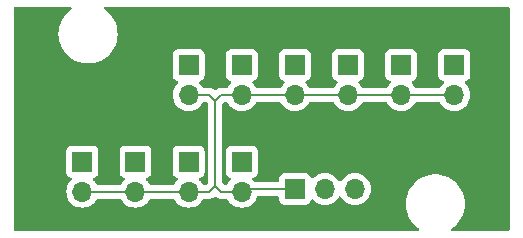
<source format=gbr>
%TF.GenerationSoftware,KiCad,Pcbnew,8.0.5*%
%TF.CreationDate,2024-12-11T18:44:50+10:00*%
%TF.ProjectId,powerSystem,706f7765-7253-4797-9374-656d2e6b6963,rev?*%
%TF.SameCoordinates,Original*%
%TF.FileFunction,Copper,L2,Bot*%
%TF.FilePolarity,Positive*%
%FSLAX46Y46*%
G04 Gerber Fmt 4.6, Leading zero omitted, Abs format (unit mm)*
G04 Created by KiCad (PCBNEW 8.0.5) date 2024-12-11 18:44:50*
%MOMM*%
%LPD*%
G01*
G04 APERTURE LIST*
%TA.AperFunction,ComponentPad*%
%ADD10O,1.700000X1.700000*%
%TD*%
%TA.AperFunction,ComponentPad*%
%ADD11R,1.700000X1.700000*%
%TD*%
%TA.AperFunction,Conductor*%
%ADD12C,0.200000*%
%TD*%
%ADD13C,0.350000*%
G04 APERTURE END LIST*
D10*
%TO.P,P3,2,Pin_2*%
%TO.N,/GND*%
X155700000Y-99361000D03*
D11*
%TO.P,P3,1,Pin_1*%
%TO.N,/0~10V*%
X155700000Y-96821000D03*
%TD*%
D10*
%TO.P,P2,2,Pin_2*%
%TO.N,/GND*%
X151200000Y-99361000D03*
D11*
%TO.P,P2,1,Pin_1*%
%TO.N,/0~10V*%
X151200000Y-96821000D03*
%TD*%
D10*
%TO.P,SIGOUT1,3,Pin_3*%
%TO.N,/+3_3V*%
X169780000Y-99121000D03*
%TO.P,SIGOUT1,2,Pin_2*%
%TO.N,/+5V*%
X167240000Y-99121000D03*
D11*
%TO.P,SIGOUT1,1,Pin_1*%
%TO.N,/GND*%
X164700000Y-99121000D03*
%TD*%
D10*
%TO.P,P4,2,Pin_2*%
%TO.N,/GND*%
X160200000Y-99361000D03*
D11*
%TO.P,P4,1,Pin_1*%
%TO.N,/0~10V*%
X160200000Y-96821000D03*
%TD*%
D10*
%TO.P,SDI1,2,Pin_2*%
%TO.N,/GND*%
X155700000Y-91161000D03*
D11*
%TO.P,SDI1,1,Pin_1*%
%TO.N,/0~10V*%
X155700000Y-88621000D03*
%TD*%
D10*
%TO.P,SDO2,2,Pin_2*%
%TO.N,/GND*%
X178200000Y-91161000D03*
D11*
%TO.P,SDO2,1,Pin_1*%
%TO.N,/+3_3V*%
X178200000Y-88621000D03*
%TD*%
D10*
%TO.P,PMI1,2,Pin_2*%
%TO.N,/GND*%
X164700000Y-91161000D03*
D11*
%TO.P,PMI1,1,Pin_1*%
%TO.N,/+5.5V*%
X164700000Y-88621000D03*
%TD*%
D10*
%TO.P,P1,2,Pin_2*%
%TO.N,/GND*%
X146700000Y-99361000D03*
D11*
%TO.P,P1,1,Pin_1*%
%TO.N,/0~10V*%
X146700000Y-96821000D03*
%TD*%
D10*
%TO.P,SDI2,2,Pin_2*%
%TO.N,/GND*%
X173700000Y-91161000D03*
D11*
%TO.P,SDI2,1,Pin_1*%
%TO.N,/+5V*%
X173700000Y-88621000D03*
%TD*%
D10*
%TO.P,PMO1,2,Pin_2*%
%TO.N,/GND*%
X169200000Y-91161000D03*
D11*
%TO.P,PMO1,1,Pin_1*%
%TO.N,/+5V*%
X169200000Y-88621000D03*
%TD*%
D10*
%TO.P,SDO1,2,Pin_2*%
%TO.N,/GND*%
X160200000Y-91161000D03*
D11*
%TO.P,SDO1,1,Pin_1*%
%TO.N,/+5.5V*%
X160200000Y-88621000D03*
%TD*%
D12*
%TO.N,/GND*%
X157950000Y-91661000D02*
X157450000Y-91161000D01*
X158450000Y-91161000D02*
X178200000Y-91161000D01*
X157950000Y-98861000D02*
X157450000Y-99361000D01*
X160440000Y-99121000D02*
X160200000Y-99361000D01*
X164700000Y-99121000D02*
X160440000Y-99121000D01*
X155700000Y-91161000D02*
X157450000Y-91161000D01*
X146700000Y-99361000D02*
X157450000Y-99361000D01*
X157950000Y-91821000D02*
X157950000Y-91661000D01*
X157950000Y-91661000D02*
X158450000Y-91161000D01*
X158450000Y-99361000D02*
X160200000Y-99361000D01*
X157950000Y-98861000D02*
X158450000Y-99361000D01*
X157950000Y-91821000D02*
X157950000Y-98861000D01*
%TD*%
%TA.AperFunction,NonConductor*%
G36*
X145782005Y-83720185D02*
G01*
X145827760Y-83772989D01*
X145837704Y-83842147D01*
X145808679Y-83905703D01*
X145787851Y-83924818D01*
X145588692Y-84069515D01*
X145588682Y-84069523D01*
X145359322Y-84284907D01*
X145359320Y-84284909D01*
X145158768Y-84527334D01*
X145158765Y-84527338D01*
X144990178Y-84792990D01*
X144990175Y-84792996D01*
X144856213Y-85077678D01*
X144856211Y-85077683D01*
X144758984Y-85376916D01*
X144700025Y-85685988D01*
X144700024Y-85685995D01*
X144680270Y-85999994D01*
X144680270Y-86000005D01*
X144700024Y-86314004D01*
X144700025Y-86314011D01*
X144758984Y-86623083D01*
X144856211Y-86922316D01*
X144856213Y-86922321D01*
X144990175Y-87207003D01*
X144990178Y-87207009D01*
X145158765Y-87472661D01*
X145158768Y-87472665D01*
X145359320Y-87715090D01*
X145359322Y-87715092D01*
X145359324Y-87715094D01*
X145367881Y-87723129D01*
X145588682Y-87930476D01*
X145588692Y-87930484D01*
X145843218Y-88115408D01*
X145843223Y-88115410D01*
X145843230Y-88115416D01*
X146118948Y-88266994D01*
X146118953Y-88266996D01*
X146118955Y-88266997D01*
X146118956Y-88266998D01*
X146411485Y-88382818D01*
X146411488Y-88382819D01*
X146716237Y-88461065D01*
X146716241Y-88461066D01*
X146781724Y-88469338D01*
X147028384Y-88500499D01*
X147028393Y-88500499D01*
X147028396Y-88500500D01*
X147028398Y-88500500D01*
X147343030Y-88500500D01*
X147343032Y-88500500D01*
X147343035Y-88500499D01*
X147343043Y-88500499D01*
X147529307Y-88476968D01*
X147655187Y-88461066D01*
X147959939Y-88382819D01*
X147959942Y-88382818D01*
X148252471Y-88266998D01*
X148252472Y-88266997D01*
X148252470Y-88266997D01*
X148252480Y-88266994D01*
X148528198Y-88115416D01*
X148782744Y-87930478D01*
X149012104Y-87715094D01*
X149212661Y-87472663D01*
X149381251Y-87207007D01*
X149515217Y-86922315D01*
X149612445Y-86623079D01*
X149671402Y-86314015D01*
X149691158Y-86000000D01*
X149675630Y-85753190D01*
X149671403Y-85685995D01*
X149671402Y-85685988D01*
X149671402Y-85685985D01*
X149612445Y-85376921D01*
X149515217Y-85077685D01*
X149381251Y-84792993D01*
X149212661Y-84527337D01*
X149194697Y-84505622D01*
X149012107Y-84284909D01*
X149012105Y-84284907D01*
X148782745Y-84069523D01*
X148782735Y-84069515D01*
X148583577Y-83924818D01*
X148540911Y-83869488D01*
X148534932Y-83799875D01*
X148567538Y-83738080D01*
X148628376Y-83703723D01*
X148656462Y-83700500D01*
X182761214Y-83700500D01*
X182828253Y-83720185D01*
X182874008Y-83772989D01*
X182885214Y-83824500D01*
X182885214Y-102575500D01*
X182865529Y-102642539D01*
X182812725Y-102688294D01*
X182761214Y-102699500D01*
X178056462Y-102699500D01*
X177989423Y-102679815D01*
X177943668Y-102627011D01*
X177933724Y-102557853D01*
X177962749Y-102494297D01*
X177983577Y-102475182D01*
X178116893Y-102378320D01*
X178182744Y-102330478D01*
X178412104Y-102115094D01*
X178612661Y-101872663D01*
X178781251Y-101607007D01*
X178915217Y-101322315D01*
X179012445Y-101023079D01*
X179071402Y-100714015D01*
X179071403Y-100714004D01*
X179091158Y-100400005D01*
X179091158Y-100399994D01*
X179071403Y-100085995D01*
X179071402Y-100085988D01*
X179071402Y-100085985D01*
X179012445Y-99776921D01*
X178915217Y-99477685D01*
X178781251Y-99192993D01*
X178612661Y-98927337D01*
X178587843Y-98897337D01*
X178412107Y-98684909D01*
X178412105Y-98684907D01*
X178382754Y-98657344D01*
X178182744Y-98469522D01*
X178182741Y-98469520D01*
X178182735Y-98469515D01*
X177928209Y-98284591D01*
X177928202Y-98284586D01*
X177928198Y-98284584D01*
X177652480Y-98133006D01*
X177652477Y-98133004D01*
X177652472Y-98133002D01*
X177652471Y-98133001D01*
X177359942Y-98017181D01*
X177359939Y-98017180D01*
X177055190Y-97938934D01*
X177055177Y-97938932D01*
X176743043Y-97899500D01*
X176743032Y-97899500D01*
X176428396Y-97899500D01*
X176428384Y-97899500D01*
X176116250Y-97938932D01*
X176116237Y-97938934D01*
X175811488Y-98017180D01*
X175811485Y-98017181D01*
X175518956Y-98133001D01*
X175518955Y-98133002D01*
X175243230Y-98284584D01*
X175243218Y-98284591D01*
X174988692Y-98469515D01*
X174988682Y-98469523D01*
X174759322Y-98684907D01*
X174759320Y-98684909D01*
X174558768Y-98927334D01*
X174558765Y-98927338D01*
X174390178Y-99192990D01*
X174390175Y-99192996D01*
X174256213Y-99477678D01*
X174256211Y-99477683D01*
X174158984Y-99776916D01*
X174100025Y-100085988D01*
X174100024Y-100085995D01*
X174080270Y-100399994D01*
X174080270Y-100400005D01*
X174100024Y-100714004D01*
X174100025Y-100714011D01*
X174158984Y-101023083D01*
X174256211Y-101322316D01*
X174256213Y-101322321D01*
X174390175Y-101607003D01*
X174390178Y-101607009D01*
X174558765Y-101872661D01*
X174558768Y-101872665D01*
X174759320Y-102115090D01*
X174759322Y-102115092D01*
X174988682Y-102330476D01*
X174988692Y-102330484D01*
X175187851Y-102475182D01*
X175230517Y-102530512D01*
X175236496Y-102600125D01*
X175203890Y-102661920D01*
X175143052Y-102696277D01*
X175114966Y-102699500D01*
X141010214Y-102699500D01*
X140943175Y-102679815D01*
X140897420Y-102627011D01*
X140886214Y-102575500D01*
X140886214Y-99360999D01*
X145344341Y-99360999D01*
X145344341Y-99361000D01*
X145364936Y-99596403D01*
X145364938Y-99596413D01*
X145426094Y-99824655D01*
X145426096Y-99824659D01*
X145426097Y-99824663D01*
X145515514Y-100016417D01*
X145525965Y-100038830D01*
X145525967Y-100038834D01*
X145610458Y-100159498D01*
X145661505Y-100232401D01*
X145828599Y-100399495D01*
X145922280Y-100465091D01*
X146022165Y-100535032D01*
X146022167Y-100535033D01*
X146022170Y-100535035D01*
X146236337Y-100634903D01*
X146464592Y-100696063D01*
X146652918Y-100712539D01*
X146699999Y-100716659D01*
X146700000Y-100716659D01*
X146700001Y-100716659D01*
X146739234Y-100713226D01*
X146935408Y-100696063D01*
X147163663Y-100634903D01*
X147377830Y-100535035D01*
X147571401Y-100399495D01*
X147738495Y-100232401D01*
X147874035Y-100038830D01*
X147876707Y-100033097D01*
X147922878Y-99980658D01*
X147989091Y-99961500D01*
X149910909Y-99961500D01*
X149977948Y-99981185D01*
X150023292Y-100033097D01*
X150025965Y-100038830D01*
X150161505Y-100232401D01*
X150328599Y-100399495D01*
X150422280Y-100465091D01*
X150522165Y-100535032D01*
X150522167Y-100535033D01*
X150522170Y-100535035D01*
X150736337Y-100634903D01*
X150964592Y-100696063D01*
X151152918Y-100712539D01*
X151199999Y-100716659D01*
X151200000Y-100716659D01*
X151200001Y-100716659D01*
X151239234Y-100713226D01*
X151435408Y-100696063D01*
X151663663Y-100634903D01*
X151877830Y-100535035D01*
X152071401Y-100399495D01*
X152238495Y-100232401D01*
X152374035Y-100038830D01*
X152376707Y-100033097D01*
X152422878Y-99980658D01*
X152489091Y-99961500D01*
X154410909Y-99961500D01*
X154477948Y-99981185D01*
X154523292Y-100033097D01*
X154525965Y-100038830D01*
X154661505Y-100232401D01*
X154828599Y-100399495D01*
X154922280Y-100465091D01*
X155022165Y-100535032D01*
X155022167Y-100535033D01*
X155022170Y-100535035D01*
X155236337Y-100634903D01*
X155464592Y-100696063D01*
X155652918Y-100712539D01*
X155699999Y-100716659D01*
X155700000Y-100716659D01*
X155700001Y-100716659D01*
X155739234Y-100713226D01*
X155935408Y-100696063D01*
X156163663Y-100634903D01*
X156377830Y-100535035D01*
X156571401Y-100399495D01*
X156738495Y-100232401D01*
X156874035Y-100038830D01*
X156876707Y-100033097D01*
X156922878Y-99980658D01*
X156989091Y-99961500D01*
X157363331Y-99961500D01*
X157363347Y-99961501D01*
X157370943Y-99961501D01*
X157529054Y-99961501D01*
X157529057Y-99961501D01*
X157681785Y-99920577D01*
X157731904Y-99891639D01*
X157818716Y-99841520D01*
X157862318Y-99797918D01*
X157923641Y-99764432D01*
X157993332Y-99769416D01*
X158037681Y-99797917D01*
X158081284Y-99841520D01*
X158081286Y-99841521D01*
X158081290Y-99841524D01*
X158205288Y-99913113D01*
X158218216Y-99920577D01*
X158370943Y-99961501D01*
X158370945Y-99961501D01*
X158536654Y-99961501D01*
X158536670Y-99961500D01*
X158910909Y-99961500D01*
X158977948Y-99981185D01*
X159023292Y-100033097D01*
X159025965Y-100038830D01*
X159161505Y-100232401D01*
X159328599Y-100399495D01*
X159422280Y-100465091D01*
X159522165Y-100535032D01*
X159522167Y-100535033D01*
X159522170Y-100535035D01*
X159736337Y-100634903D01*
X159964592Y-100696063D01*
X160152918Y-100712539D01*
X160199999Y-100716659D01*
X160200000Y-100716659D01*
X160200001Y-100716659D01*
X160239234Y-100713226D01*
X160435408Y-100696063D01*
X160663663Y-100634903D01*
X160877830Y-100535035D01*
X161071401Y-100399495D01*
X161238495Y-100232401D01*
X161374035Y-100038830D01*
X161473903Y-99824663D01*
X161476918Y-99813407D01*
X161513282Y-99753748D01*
X161576128Y-99723217D01*
X161596694Y-99721500D01*
X163225501Y-99721500D01*
X163292540Y-99741185D01*
X163338295Y-99793989D01*
X163349501Y-99845500D01*
X163349501Y-100018876D01*
X163355908Y-100078483D01*
X163406202Y-100213328D01*
X163406206Y-100213335D01*
X163492452Y-100328544D01*
X163492455Y-100328547D01*
X163607664Y-100414793D01*
X163607671Y-100414797D01*
X163742517Y-100465091D01*
X163742516Y-100465091D01*
X163749444Y-100465835D01*
X163802127Y-100471500D01*
X165597872Y-100471499D01*
X165657483Y-100465091D01*
X165792331Y-100414796D01*
X165907546Y-100328546D01*
X165993796Y-100213331D01*
X166042810Y-100081916D01*
X166084681Y-100025984D01*
X166150145Y-100001566D01*
X166218418Y-100016417D01*
X166246673Y-100037569D01*
X166368599Y-100159495D01*
X166465384Y-100227265D01*
X166562165Y-100295032D01*
X166562167Y-100295033D01*
X166562170Y-100295035D01*
X166776337Y-100394903D01*
X166776343Y-100394904D01*
X166776344Y-100394905D01*
X166793486Y-100399498D01*
X167004592Y-100456063D01*
X167181034Y-100471500D01*
X167239999Y-100476659D01*
X167240000Y-100476659D01*
X167240001Y-100476659D01*
X167298966Y-100471500D01*
X167475408Y-100456063D01*
X167703663Y-100394903D01*
X167917830Y-100295035D01*
X168111401Y-100159495D01*
X168278495Y-99992401D01*
X168408425Y-99806842D01*
X168463002Y-99763217D01*
X168532500Y-99756023D01*
X168594855Y-99787546D01*
X168611575Y-99806842D01*
X168741500Y-99992395D01*
X168741505Y-99992401D01*
X168908599Y-100159495D01*
X169005384Y-100227265D01*
X169102165Y-100295032D01*
X169102167Y-100295033D01*
X169102170Y-100295035D01*
X169316337Y-100394903D01*
X169316343Y-100394904D01*
X169316344Y-100394905D01*
X169333486Y-100399498D01*
X169544592Y-100456063D01*
X169721034Y-100471500D01*
X169779999Y-100476659D01*
X169780000Y-100476659D01*
X169780001Y-100476659D01*
X169838966Y-100471500D01*
X170015408Y-100456063D01*
X170243663Y-100394903D01*
X170457830Y-100295035D01*
X170651401Y-100159495D01*
X170818495Y-99992401D01*
X170954035Y-99798830D01*
X171053903Y-99584663D01*
X171115063Y-99356408D01*
X171135659Y-99121000D01*
X171115063Y-98885592D01*
X171053903Y-98657337D01*
X170954035Y-98443171D01*
X170948425Y-98435158D01*
X170818494Y-98249597D01*
X170651402Y-98082506D01*
X170651395Y-98082501D01*
X170457834Y-97946967D01*
X170457830Y-97946965D01*
X170457828Y-97946964D01*
X170243663Y-97847097D01*
X170243659Y-97847096D01*
X170243655Y-97847094D01*
X170015413Y-97785938D01*
X170015403Y-97785936D01*
X169780001Y-97765341D01*
X169779999Y-97765341D01*
X169544596Y-97785936D01*
X169544586Y-97785938D01*
X169316344Y-97847094D01*
X169316335Y-97847098D01*
X169102171Y-97946964D01*
X169102169Y-97946965D01*
X168908597Y-98082505D01*
X168741505Y-98249597D01*
X168611575Y-98435158D01*
X168556998Y-98478783D01*
X168487500Y-98485977D01*
X168425145Y-98454454D01*
X168408425Y-98435158D01*
X168278494Y-98249597D01*
X168111402Y-98082506D01*
X168111395Y-98082501D01*
X167917834Y-97946967D01*
X167917830Y-97946965D01*
X167917828Y-97946964D01*
X167703663Y-97847097D01*
X167703659Y-97847096D01*
X167703655Y-97847094D01*
X167475413Y-97785938D01*
X167475403Y-97785936D01*
X167240001Y-97765341D01*
X167239999Y-97765341D01*
X167004596Y-97785936D01*
X167004586Y-97785938D01*
X166776344Y-97847094D01*
X166776335Y-97847098D01*
X166562171Y-97946964D01*
X166562169Y-97946965D01*
X166368600Y-98082503D01*
X166246673Y-98204430D01*
X166185350Y-98237914D01*
X166115658Y-98232930D01*
X166059725Y-98191058D01*
X166042810Y-98160081D01*
X165993797Y-98028671D01*
X165993793Y-98028664D01*
X165907547Y-97913455D01*
X165907544Y-97913452D01*
X165792335Y-97827206D01*
X165792328Y-97827202D01*
X165657482Y-97776908D01*
X165657483Y-97776908D01*
X165597883Y-97770501D01*
X165597881Y-97770500D01*
X165597873Y-97770500D01*
X165597864Y-97770500D01*
X163802129Y-97770500D01*
X163802123Y-97770501D01*
X163742516Y-97776908D01*
X163607671Y-97827202D01*
X163607664Y-97827206D01*
X163492455Y-97913452D01*
X163492452Y-97913455D01*
X163406206Y-98028664D01*
X163406202Y-98028671D01*
X163355908Y-98163517D01*
X163349501Y-98223116D01*
X163349500Y-98223135D01*
X163349500Y-98396500D01*
X163329815Y-98463539D01*
X163277011Y-98509294D01*
X163225500Y-98520500D01*
X161320759Y-98520500D01*
X161253720Y-98500815D01*
X161233078Y-98484182D01*
X161184054Y-98435158D01*
X161116567Y-98367671D01*
X161083084Y-98306351D01*
X161088068Y-98236659D01*
X161129939Y-98180725D01*
X161160915Y-98163810D01*
X161292331Y-98114796D01*
X161407546Y-98028546D01*
X161493796Y-97913331D01*
X161544091Y-97778483D01*
X161550500Y-97718873D01*
X161550499Y-95923128D01*
X161544091Y-95863517D01*
X161493796Y-95728669D01*
X161493795Y-95728668D01*
X161493793Y-95728664D01*
X161407547Y-95613455D01*
X161407544Y-95613452D01*
X161292335Y-95527206D01*
X161292328Y-95527202D01*
X161157482Y-95476908D01*
X161157483Y-95476908D01*
X161097883Y-95470501D01*
X161097881Y-95470500D01*
X161097873Y-95470500D01*
X161097864Y-95470500D01*
X159302129Y-95470500D01*
X159302123Y-95470501D01*
X159242516Y-95476908D01*
X159107671Y-95527202D01*
X159107664Y-95527206D01*
X158992455Y-95613452D01*
X158992452Y-95613455D01*
X158906206Y-95728664D01*
X158906202Y-95728671D01*
X158855908Y-95863517D01*
X158849501Y-95923116D01*
X158849501Y-95923123D01*
X158849500Y-95923135D01*
X158849500Y-97718870D01*
X158849501Y-97718876D01*
X158855908Y-97778483D01*
X158906202Y-97913328D01*
X158906206Y-97913335D01*
X158992452Y-98028544D01*
X158992455Y-98028547D01*
X159107664Y-98114793D01*
X159107671Y-98114797D01*
X159239081Y-98163810D01*
X159295015Y-98205681D01*
X159319432Y-98271145D01*
X159304580Y-98339418D01*
X159283430Y-98367673D01*
X159161503Y-98489600D01*
X159025965Y-98683170D01*
X159025962Y-98683175D01*
X159023289Y-98688909D01*
X158977115Y-98741346D01*
X158910909Y-98760500D01*
X158750098Y-98760500D01*
X158683059Y-98740815D01*
X158662417Y-98724181D01*
X158586819Y-98648583D01*
X158553334Y-98587260D01*
X158550500Y-98560902D01*
X158550500Y-91961098D01*
X158570185Y-91894059D01*
X158586819Y-91873416D01*
X158662418Y-91797818D01*
X158723742Y-91764334D01*
X158750099Y-91761500D01*
X158910909Y-91761500D01*
X158977948Y-91781185D01*
X159023292Y-91833097D01*
X159025965Y-91838830D01*
X159161505Y-92032401D01*
X159328599Y-92199495D01*
X159425384Y-92267265D01*
X159522165Y-92335032D01*
X159522167Y-92335033D01*
X159522170Y-92335035D01*
X159736337Y-92434903D01*
X159964592Y-92496063D01*
X160152918Y-92512539D01*
X160199999Y-92516659D01*
X160200000Y-92516659D01*
X160200001Y-92516659D01*
X160239234Y-92513226D01*
X160435408Y-92496063D01*
X160663663Y-92434903D01*
X160877830Y-92335035D01*
X161071401Y-92199495D01*
X161238495Y-92032401D01*
X161374035Y-91838830D01*
X161376707Y-91833097D01*
X161422878Y-91780658D01*
X161489091Y-91761500D01*
X163410909Y-91761500D01*
X163477948Y-91781185D01*
X163523292Y-91833097D01*
X163525965Y-91838830D01*
X163661505Y-92032401D01*
X163828599Y-92199495D01*
X163925384Y-92267265D01*
X164022165Y-92335032D01*
X164022167Y-92335033D01*
X164022170Y-92335035D01*
X164236337Y-92434903D01*
X164464592Y-92496063D01*
X164652918Y-92512539D01*
X164699999Y-92516659D01*
X164700000Y-92516659D01*
X164700001Y-92516659D01*
X164739234Y-92513226D01*
X164935408Y-92496063D01*
X165163663Y-92434903D01*
X165377830Y-92335035D01*
X165571401Y-92199495D01*
X165738495Y-92032401D01*
X165874035Y-91838830D01*
X165876707Y-91833097D01*
X165922878Y-91780658D01*
X165989091Y-91761500D01*
X167910909Y-91761500D01*
X167977948Y-91781185D01*
X168023292Y-91833097D01*
X168025965Y-91838830D01*
X168161505Y-92032401D01*
X168328599Y-92199495D01*
X168425384Y-92267265D01*
X168522165Y-92335032D01*
X168522167Y-92335033D01*
X168522170Y-92335035D01*
X168736337Y-92434903D01*
X168964592Y-92496063D01*
X169152918Y-92512539D01*
X169199999Y-92516659D01*
X169200000Y-92516659D01*
X169200001Y-92516659D01*
X169239234Y-92513226D01*
X169435408Y-92496063D01*
X169663663Y-92434903D01*
X169877830Y-92335035D01*
X170071401Y-92199495D01*
X170238495Y-92032401D01*
X170374035Y-91838830D01*
X170376707Y-91833097D01*
X170422878Y-91780658D01*
X170489091Y-91761500D01*
X172410909Y-91761500D01*
X172477948Y-91781185D01*
X172523292Y-91833097D01*
X172525965Y-91838830D01*
X172661505Y-92032401D01*
X172828599Y-92199495D01*
X172925384Y-92267265D01*
X173022165Y-92335032D01*
X173022167Y-92335033D01*
X173022170Y-92335035D01*
X173236337Y-92434903D01*
X173464592Y-92496063D01*
X173652918Y-92512539D01*
X173699999Y-92516659D01*
X173700000Y-92516659D01*
X173700001Y-92516659D01*
X173739234Y-92513226D01*
X173935408Y-92496063D01*
X174163663Y-92434903D01*
X174377830Y-92335035D01*
X174571401Y-92199495D01*
X174738495Y-92032401D01*
X174874035Y-91838830D01*
X174876707Y-91833097D01*
X174922878Y-91780658D01*
X174989091Y-91761500D01*
X176910909Y-91761500D01*
X176977948Y-91781185D01*
X177023292Y-91833097D01*
X177025965Y-91838830D01*
X177161505Y-92032401D01*
X177328599Y-92199495D01*
X177425384Y-92267265D01*
X177522165Y-92335032D01*
X177522167Y-92335033D01*
X177522170Y-92335035D01*
X177736337Y-92434903D01*
X177964592Y-92496063D01*
X178152918Y-92512539D01*
X178199999Y-92516659D01*
X178200000Y-92516659D01*
X178200001Y-92516659D01*
X178239234Y-92513226D01*
X178435408Y-92496063D01*
X178663663Y-92434903D01*
X178877830Y-92335035D01*
X179071401Y-92199495D01*
X179238495Y-92032401D01*
X179374035Y-91838830D01*
X179473903Y-91624663D01*
X179535063Y-91396408D01*
X179555659Y-91161000D01*
X179535063Y-90925592D01*
X179473903Y-90697337D01*
X179374035Y-90483171D01*
X179374034Y-90483169D01*
X179238496Y-90289600D01*
X179238495Y-90289599D01*
X179116567Y-90167671D01*
X179083084Y-90106351D01*
X179088068Y-90036659D01*
X179129939Y-89980725D01*
X179160915Y-89963810D01*
X179292331Y-89914796D01*
X179407546Y-89828546D01*
X179493796Y-89713331D01*
X179544091Y-89578483D01*
X179550500Y-89518873D01*
X179550499Y-87723128D01*
X179544091Y-87663517D01*
X179493796Y-87528669D01*
X179493795Y-87528668D01*
X179493793Y-87528664D01*
X179407547Y-87413455D01*
X179407544Y-87413452D01*
X179292335Y-87327206D01*
X179292328Y-87327202D01*
X179157482Y-87276908D01*
X179157483Y-87276908D01*
X179097883Y-87270501D01*
X179097881Y-87270500D01*
X179097873Y-87270500D01*
X179097864Y-87270500D01*
X177302129Y-87270500D01*
X177302123Y-87270501D01*
X177242516Y-87276908D01*
X177107671Y-87327202D01*
X177107664Y-87327206D01*
X176992455Y-87413452D01*
X176992452Y-87413455D01*
X176906206Y-87528664D01*
X176906202Y-87528671D01*
X176855908Y-87663517D01*
X176849501Y-87723116D01*
X176849501Y-87723123D01*
X176849500Y-87723135D01*
X176849500Y-89518870D01*
X176849501Y-89518876D01*
X176855908Y-89578483D01*
X176906202Y-89713328D01*
X176906206Y-89713335D01*
X176992452Y-89828544D01*
X176992455Y-89828547D01*
X177107664Y-89914793D01*
X177107671Y-89914797D01*
X177239081Y-89963810D01*
X177295015Y-90005681D01*
X177319432Y-90071145D01*
X177304580Y-90139418D01*
X177283430Y-90167673D01*
X177161503Y-90289600D01*
X177025965Y-90483170D01*
X177025962Y-90483175D01*
X177023289Y-90488909D01*
X176977115Y-90541346D01*
X176910909Y-90560500D01*
X174989091Y-90560500D01*
X174922052Y-90540815D01*
X174876711Y-90488909D01*
X174874037Y-90483175D01*
X174874034Y-90483170D01*
X174874033Y-90483169D01*
X174738495Y-90289599D01*
X174616567Y-90167671D01*
X174583084Y-90106351D01*
X174588068Y-90036659D01*
X174629939Y-89980725D01*
X174660915Y-89963810D01*
X174792331Y-89914796D01*
X174907546Y-89828546D01*
X174993796Y-89713331D01*
X175044091Y-89578483D01*
X175050500Y-89518873D01*
X175050499Y-87723128D01*
X175044091Y-87663517D01*
X174993796Y-87528669D01*
X174993795Y-87528668D01*
X174993793Y-87528664D01*
X174907547Y-87413455D01*
X174907544Y-87413452D01*
X174792335Y-87327206D01*
X174792328Y-87327202D01*
X174657482Y-87276908D01*
X174657483Y-87276908D01*
X174597883Y-87270501D01*
X174597881Y-87270500D01*
X174597873Y-87270500D01*
X174597864Y-87270500D01*
X172802129Y-87270500D01*
X172802123Y-87270501D01*
X172742516Y-87276908D01*
X172607671Y-87327202D01*
X172607664Y-87327206D01*
X172492455Y-87413452D01*
X172492452Y-87413455D01*
X172406206Y-87528664D01*
X172406202Y-87528671D01*
X172355908Y-87663517D01*
X172349501Y-87723116D01*
X172349501Y-87723123D01*
X172349500Y-87723135D01*
X172349500Y-89518870D01*
X172349501Y-89518876D01*
X172355908Y-89578483D01*
X172406202Y-89713328D01*
X172406206Y-89713335D01*
X172492452Y-89828544D01*
X172492455Y-89828547D01*
X172607664Y-89914793D01*
X172607671Y-89914797D01*
X172739081Y-89963810D01*
X172795015Y-90005681D01*
X172819432Y-90071145D01*
X172804580Y-90139418D01*
X172783430Y-90167673D01*
X172661503Y-90289600D01*
X172525965Y-90483170D01*
X172525962Y-90483175D01*
X172523289Y-90488909D01*
X172477115Y-90541346D01*
X172410909Y-90560500D01*
X170489091Y-90560500D01*
X170422052Y-90540815D01*
X170376711Y-90488909D01*
X170374037Y-90483175D01*
X170374034Y-90483170D01*
X170374033Y-90483169D01*
X170238495Y-90289599D01*
X170116567Y-90167671D01*
X170083084Y-90106351D01*
X170088068Y-90036659D01*
X170129939Y-89980725D01*
X170160915Y-89963810D01*
X170292331Y-89914796D01*
X170407546Y-89828546D01*
X170493796Y-89713331D01*
X170544091Y-89578483D01*
X170550500Y-89518873D01*
X170550499Y-87723128D01*
X170544091Y-87663517D01*
X170493796Y-87528669D01*
X170493795Y-87528668D01*
X170493793Y-87528664D01*
X170407547Y-87413455D01*
X170407544Y-87413452D01*
X170292335Y-87327206D01*
X170292328Y-87327202D01*
X170157482Y-87276908D01*
X170157483Y-87276908D01*
X170097883Y-87270501D01*
X170097881Y-87270500D01*
X170097873Y-87270500D01*
X170097864Y-87270500D01*
X168302129Y-87270500D01*
X168302123Y-87270501D01*
X168242516Y-87276908D01*
X168107671Y-87327202D01*
X168107664Y-87327206D01*
X167992455Y-87413452D01*
X167992452Y-87413455D01*
X167906206Y-87528664D01*
X167906202Y-87528671D01*
X167855908Y-87663517D01*
X167849501Y-87723116D01*
X167849501Y-87723123D01*
X167849500Y-87723135D01*
X167849500Y-89518870D01*
X167849501Y-89518876D01*
X167855908Y-89578483D01*
X167906202Y-89713328D01*
X167906206Y-89713335D01*
X167992452Y-89828544D01*
X167992455Y-89828547D01*
X168107664Y-89914793D01*
X168107671Y-89914797D01*
X168239081Y-89963810D01*
X168295015Y-90005681D01*
X168319432Y-90071145D01*
X168304580Y-90139418D01*
X168283430Y-90167673D01*
X168161503Y-90289600D01*
X168025965Y-90483170D01*
X168025962Y-90483175D01*
X168023289Y-90488909D01*
X167977115Y-90541346D01*
X167910909Y-90560500D01*
X165989091Y-90560500D01*
X165922052Y-90540815D01*
X165876711Y-90488909D01*
X165874037Y-90483175D01*
X165874034Y-90483170D01*
X165874033Y-90483169D01*
X165738495Y-90289599D01*
X165616567Y-90167671D01*
X165583084Y-90106351D01*
X165588068Y-90036659D01*
X165629939Y-89980725D01*
X165660915Y-89963810D01*
X165792331Y-89914796D01*
X165907546Y-89828546D01*
X165993796Y-89713331D01*
X166044091Y-89578483D01*
X166050500Y-89518873D01*
X166050499Y-87723128D01*
X166044091Y-87663517D01*
X165993796Y-87528669D01*
X165993795Y-87528668D01*
X165993793Y-87528664D01*
X165907547Y-87413455D01*
X165907544Y-87413452D01*
X165792335Y-87327206D01*
X165792328Y-87327202D01*
X165657482Y-87276908D01*
X165657483Y-87276908D01*
X165597883Y-87270501D01*
X165597881Y-87270500D01*
X165597873Y-87270500D01*
X165597864Y-87270500D01*
X163802129Y-87270500D01*
X163802123Y-87270501D01*
X163742516Y-87276908D01*
X163607671Y-87327202D01*
X163607664Y-87327206D01*
X163492455Y-87413452D01*
X163492452Y-87413455D01*
X163406206Y-87528664D01*
X163406202Y-87528671D01*
X163355908Y-87663517D01*
X163349501Y-87723116D01*
X163349501Y-87723123D01*
X163349500Y-87723135D01*
X163349500Y-89518870D01*
X163349501Y-89518876D01*
X163355908Y-89578483D01*
X163406202Y-89713328D01*
X163406206Y-89713335D01*
X163492452Y-89828544D01*
X163492455Y-89828547D01*
X163607664Y-89914793D01*
X163607671Y-89914797D01*
X163739081Y-89963810D01*
X163795015Y-90005681D01*
X163819432Y-90071145D01*
X163804580Y-90139418D01*
X163783430Y-90167673D01*
X163661503Y-90289600D01*
X163525965Y-90483170D01*
X163525962Y-90483175D01*
X163523289Y-90488909D01*
X163477115Y-90541346D01*
X163410909Y-90560500D01*
X161489091Y-90560500D01*
X161422052Y-90540815D01*
X161376711Y-90488909D01*
X161374037Y-90483175D01*
X161374034Y-90483170D01*
X161374033Y-90483169D01*
X161238495Y-90289599D01*
X161116567Y-90167671D01*
X161083084Y-90106351D01*
X161088068Y-90036659D01*
X161129939Y-89980725D01*
X161160915Y-89963810D01*
X161292331Y-89914796D01*
X161407546Y-89828546D01*
X161493796Y-89713331D01*
X161544091Y-89578483D01*
X161550500Y-89518873D01*
X161550499Y-87723128D01*
X161544091Y-87663517D01*
X161493796Y-87528669D01*
X161493795Y-87528668D01*
X161493793Y-87528664D01*
X161407547Y-87413455D01*
X161407544Y-87413452D01*
X161292335Y-87327206D01*
X161292328Y-87327202D01*
X161157482Y-87276908D01*
X161157483Y-87276908D01*
X161097883Y-87270501D01*
X161097881Y-87270500D01*
X161097873Y-87270500D01*
X161097864Y-87270500D01*
X159302129Y-87270500D01*
X159302123Y-87270501D01*
X159242516Y-87276908D01*
X159107671Y-87327202D01*
X159107664Y-87327206D01*
X158992455Y-87413452D01*
X158992452Y-87413455D01*
X158906206Y-87528664D01*
X158906202Y-87528671D01*
X158855908Y-87663517D01*
X158849501Y-87723116D01*
X158849501Y-87723123D01*
X158849500Y-87723135D01*
X158849500Y-89518870D01*
X158849501Y-89518876D01*
X158855908Y-89578483D01*
X158906202Y-89713328D01*
X158906206Y-89713335D01*
X158992452Y-89828544D01*
X158992455Y-89828547D01*
X159107664Y-89914793D01*
X159107671Y-89914797D01*
X159239081Y-89963810D01*
X159295015Y-90005681D01*
X159319432Y-90071145D01*
X159304580Y-90139418D01*
X159283430Y-90167673D01*
X159161503Y-90289600D01*
X159025965Y-90483170D01*
X159025962Y-90483175D01*
X159023289Y-90488909D01*
X158977115Y-90541346D01*
X158910909Y-90560500D01*
X158536670Y-90560500D01*
X158536654Y-90560499D01*
X158529058Y-90560499D01*
X158370943Y-90560499D01*
X158294579Y-90580961D01*
X158218214Y-90601423D01*
X158218209Y-90601426D01*
X158081290Y-90680475D01*
X158081281Y-90680482D01*
X158037678Y-90724084D01*
X157976355Y-90757568D01*
X157906663Y-90752582D01*
X157862318Y-90724082D01*
X157818717Y-90680481D01*
X157818716Y-90680480D01*
X157731904Y-90630360D01*
X157731904Y-90630359D01*
X157731900Y-90630358D01*
X157681785Y-90601423D01*
X157529057Y-90560499D01*
X157370943Y-90560499D01*
X157363347Y-90560499D01*
X157363331Y-90560500D01*
X156989091Y-90560500D01*
X156922052Y-90540815D01*
X156876711Y-90488909D01*
X156874037Y-90483175D01*
X156874034Y-90483170D01*
X156874033Y-90483169D01*
X156738495Y-90289599D01*
X156616567Y-90167671D01*
X156583084Y-90106351D01*
X156588068Y-90036659D01*
X156629939Y-89980725D01*
X156660915Y-89963810D01*
X156792331Y-89914796D01*
X156907546Y-89828546D01*
X156993796Y-89713331D01*
X157044091Y-89578483D01*
X157050500Y-89518873D01*
X157050499Y-87723128D01*
X157044091Y-87663517D01*
X156993796Y-87528669D01*
X156993795Y-87528668D01*
X156993793Y-87528664D01*
X156907547Y-87413455D01*
X156907544Y-87413452D01*
X156792335Y-87327206D01*
X156792328Y-87327202D01*
X156657482Y-87276908D01*
X156657483Y-87276908D01*
X156597883Y-87270501D01*
X156597881Y-87270500D01*
X156597873Y-87270500D01*
X156597864Y-87270500D01*
X154802129Y-87270500D01*
X154802123Y-87270501D01*
X154742516Y-87276908D01*
X154607671Y-87327202D01*
X154607664Y-87327206D01*
X154492455Y-87413452D01*
X154492452Y-87413455D01*
X154406206Y-87528664D01*
X154406202Y-87528671D01*
X154355908Y-87663517D01*
X154349501Y-87723116D01*
X154349501Y-87723123D01*
X154349500Y-87723135D01*
X154349500Y-89518870D01*
X154349501Y-89518876D01*
X154355908Y-89578483D01*
X154406202Y-89713328D01*
X154406206Y-89713335D01*
X154492452Y-89828544D01*
X154492455Y-89828547D01*
X154607664Y-89914793D01*
X154607671Y-89914797D01*
X154739081Y-89963810D01*
X154795015Y-90005681D01*
X154819432Y-90071145D01*
X154804580Y-90139418D01*
X154783430Y-90167673D01*
X154661503Y-90289600D01*
X154525965Y-90483169D01*
X154525964Y-90483171D01*
X154426098Y-90697335D01*
X154426094Y-90697344D01*
X154364938Y-90925586D01*
X154364936Y-90925596D01*
X154344341Y-91160999D01*
X154344341Y-91161000D01*
X154364936Y-91396403D01*
X154364938Y-91396413D01*
X154426094Y-91624655D01*
X154426096Y-91624659D01*
X154426097Y-91624663D01*
X154491227Y-91764334D01*
X154525965Y-91838830D01*
X154525967Y-91838834D01*
X154575613Y-91909735D01*
X154661505Y-92032401D01*
X154828599Y-92199495D01*
X154925384Y-92267265D01*
X155022165Y-92335032D01*
X155022167Y-92335033D01*
X155022170Y-92335035D01*
X155236337Y-92434903D01*
X155464592Y-92496063D01*
X155652918Y-92512539D01*
X155699999Y-92516659D01*
X155700000Y-92516659D01*
X155700001Y-92516659D01*
X155739234Y-92513226D01*
X155935408Y-92496063D01*
X156163663Y-92434903D01*
X156377830Y-92335035D01*
X156571401Y-92199495D01*
X156738495Y-92032401D01*
X156874035Y-91838830D01*
X156876707Y-91833097D01*
X156922878Y-91780658D01*
X156989091Y-91761500D01*
X157149903Y-91761500D01*
X157216942Y-91781185D01*
X157237584Y-91797819D01*
X157313181Y-91873416D01*
X157346666Y-91934739D01*
X157349500Y-91961097D01*
X157349500Y-98560901D01*
X157329815Y-98627940D01*
X157313182Y-98648582D01*
X157237584Y-98724181D01*
X157176261Y-98757666D01*
X157149902Y-98760500D01*
X156989091Y-98760500D01*
X156922052Y-98740815D01*
X156876711Y-98688909D01*
X156874037Y-98683175D01*
X156874034Y-98683170D01*
X156874033Y-98683169D01*
X156752286Y-98509294D01*
X156738496Y-98489600D01*
X156684054Y-98435158D01*
X156616567Y-98367671D01*
X156583084Y-98306351D01*
X156588068Y-98236659D01*
X156629939Y-98180725D01*
X156660915Y-98163810D01*
X156792331Y-98114796D01*
X156907546Y-98028546D01*
X156993796Y-97913331D01*
X157044091Y-97778483D01*
X157050500Y-97718873D01*
X157050499Y-95923128D01*
X157044091Y-95863517D01*
X156993796Y-95728669D01*
X156993795Y-95728668D01*
X156993793Y-95728664D01*
X156907547Y-95613455D01*
X156907544Y-95613452D01*
X156792335Y-95527206D01*
X156792328Y-95527202D01*
X156657482Y-95476908D01*
X156657483Y-95476908D01*
X156597883Y-95470501D01*
X156597881Y-95470500D01*
X156597873Y-95470500D01*
X156597864Y-95470500D01*
X154802129Y-95470500D01*
X154802123Y-95470501D01*
X154742516Y-95476908D01*
X154607671Y-95527202D01*
X154607664Y-95527206D01*
X154492455Y-95613452D01*
X154492452Y-95613455D01*
X154406206Y-95728664D01*
X154406202Y-95728671D01*
X154355908Y-95863517D01*
X154349501Y-95923116D01*
X154349501Y-95923123D01*
X154349500Y-95923135D01*
X154349500Y-97718870D01*
X154349501Y-97718876D01*
X154355908Y-97778483D01*
X154406202Y-97913328D01*
X154406206Y-97913335D01*
X154492452Y-98028544D01*
X154492455Y-98028547D01*
X154607664Y-98114793D01*
X154607671Y-98114797D01*
X154739081Y-98163810D01*
X154795015Y-98205681D01*
X154819432Y-98271145D01*
X154804580Y-98339418D01*
X154783430Y-98367673D01*
X154661503Y-98489600D01*
X154525965Y-98683170D01*
X154525962Y-98683175D01*
X154523289Y-98688909D01*
X154477115Y-98741346D01*
X154410909Y-98760500D01*
X152489091Y-98760500D01*
X152422052Y-98740815D01*
X152376711Y-98688909D01*
X152374037Y-98683175D01*
X152374034Y-98683170D01*
X152374033Y-98683169D01*
X152252286Y-98509294D01*
X152238496Y-98489600D01*
X152184054Y-98435158D01*
X152116567Y-98367671D01*
X152083084Y-98306351D01*
X152088068Y-98236659D01*
X152129939Y-98180725D01*
X152160915Y-98163810D01*
X152292331Y-98114796D01*
X152407546Y-98028546D01*
X152493796Y-97913331D01*
X152544091Y-97778483D01*
X152550500Y-97718873D01*
X152550499Y-95923128D01*
X152544091Y-95863517D01*
X152493796Y-95728669D01*
X152493795Y-95728668D01*
X152493793Y-95728664D01*
X152407547Y-95613455D01*
X152407544Y-95613452D01*
X152292335Y-95527206D01*
X152292328Y-95527202D01*
X152157482Y-95476908D01*
X152157483Y-95476908D01*
X152097883Y-95470501D01*
X152097881Y-95470500D01*
X152097873Y-95470500D01*
X152097864Y-95470500D01*
X150302129Y-95470500D01*
X150302123Y-95470501D01*
X150242516Y-95476908D01*
X150107671Y-95527202D01*
X150107664Y-95527206D01*
X149992455Y-95613452D01*
X149992452Y-95613455D01*
X149906206Y-95728664D01*
X149906202Y-95728671D01*
X149855908Y-95863517D01*
X149849501Y-95923116D01*
X149849501Y-95923123D01*
X149849500Y-95923135D01*
X149849500Y-97718870D01*
X149849501Y-97718876D01*
X149855908Y-97778483D01*
X149906202Y-97913328D01*
X149906206Y-97913335D01*
X149992452Y-98028544D01*
X149992455Y-98028547D01*
X150107664Y-98114793D01*
X150107671Y-98114797D01*
X150239081Y-98163810D01*
X150295015Y-98205681D01*
X150319432Y-98271145D01*
X150304580Y-98339418D01*
X150283430Y-98367673D01*
X150161503Y-98489600D01*
X150025965Y-98683170D01*
X150025962Y-98683175D01*
X150023289Y-98688909D01*
X149977115Y-98741346D01*
X149910909Y-98760500D01*
X147989091Y-98760500D01*
X147922052Y-98740815D01*
X147876711Y-98688909D01*
X147874037Y-98683175D01*
X147874034Y-98683170D01*
X147874033Y-98683169D01*
X147752286Y-98509294D01*
X147738496Y-98489600D01*
X147684054Y-98435158D01*
X147616567Y-98367671D01*
X147583084Y-98306351D01*
X147588068Y-98236659D01*
X147629939Y-98180725D01*
X147660915Y-98163810D01*
X147792331Y-98114796D01*
X147907546Y-98028546D01*
X147993796Y-97913331D01*
X148044091Y-97778483D01*
X148050500Y-97718873D01*
X148050499Y-95923128D01*
X148044091Y-95863517D01*
X147993796Y-95728669D01*
X147993795Y-95728668D01*
X147993793Y-95728664D01*
X147907547Y-95613455D01*
X147907544Y-95613452D01*
X147792335Y-95527206D01*
X147792328Y-95527202D01*
X147657482Y-95476908D01*
X147657483Y-95476908D01*
X147597883Y-95470501D01*
X147597881Y-95470500D01*
X147597873Y-95470500D01*
X147597864Y-95470500D01*
X145802129Y-95470500D01*
X145802123Y-95470501D01*
X145742516Y-95476908D01*
X145607671Y-95527202D01*
X145607664Y-95527206D01*
X145492455Y-95613452D01*
X145492452Y-95613455D01*
X145406206Y-95728664D01*
X145406202Y-95728671D01*
X145355908Y-95863517D01*
X145349501Y-95923116D01*
X145349501Y-95923123D01*
X145349500Y-95923135D01*
X145349500Y-97718870D01*
X145349501Y-97718876D01*
X145355908Y-97778483D01*
X145406202Y-97913328D01*
X145406206Y-97913335D01*
X145492452Y-98028544D01*
X145492455Y-98028547D01*
X145607664Y-98114793D01*
X145607671Y-98114797D01*
X145739081Y-98163810D01*
X145795015Y-98205681D01*
X145819432Y-98271145D01*
X145804580Y-98339418D01*
X145783430Y-98367673D01*
X145661503Y-98489600D01*
X145525965Y-98683169D01*
X145525964Y-98683171D01*
X145426098Y-98897335D01*
X145426094Y-98897344D01*
X145364938Y-99125586D01*
X145364936Y-99125596D01*
X145344341Y-99360999D01*
X140886214Y-99360999D01*
X140886214Y-83824500D01*
X140905899Y-83757461D01*
X140958703Y-83711706D01*
X141010214Y-83700500D01*
X145714966Y-83700500D01*
X145782005Y-83720185D01*
G37*
%TD.AperFunction*%
D13*
X155700000Y-99361000D03*
X155700000Y-96821000D03*
X151200000Y-99361000D03*
X151200000Y-96821000D03*
X169780000Y-99121000D03*
X167240000Y-99121000D03*
X164700000Y-99121000D03*
X160200000Y-99361000D03*
X160200000Y-96821000D03*
X155700000Y-91161000D03*
X155700000Y-88621000D03*
X178200000Y-91161000D03*
X178200000Y-88621000D03*
X164700000Y-91161000D03*
X164700000Y-88621000D03*
X146700000Y-99361000D03*
X146700000Y-96821000D03*
X173700000Y-91161000D03*
X173700000Y-88621000D03*
X169200000Y-91161000D03*
X169200000Y-88621000D03*
X160200000Y-91161000D03*
X160200000Y-88621000D03*
M02*

</source>
